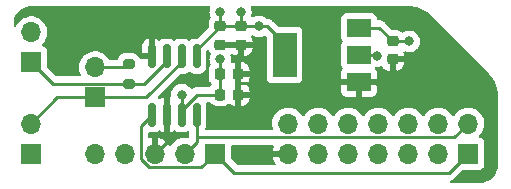
<source format=gbr>
%TF.GenerationSoftware,KiCad,Pcbnew,(6.0.7)*%
%TF.CreationDate,2023-01-15T17:04:05+01:00*%
%TF.ProjectId,I_CAN_has_carrot,495f4341-4e5f-4686-9173-5f636172726f,rev?*%
%TF.SameCoordinates,Original*%
%TF.FileFunction,Copper,L1,Top*%
%TF.FilePolarity,Positive*%
%FSLAX46Y46*%
G04 Gerber Fmt 4.6, Leading zero omitted, Abs format (unit mm)*
G04 Created by KiCad (PCBNEW (6.0.7)) date 2023-01-15 17:04:05*
%MOMM*%
%LPD*%
G01*
G04 APERTURE LIST*
G04 Aperture macros list*
%AMRoundRect*
0 Rectangle with rounded corners*
0 $1 Rounding radius*
0 $2 $3 $4 $5 $6 $7 $8 $9 X,Y pos of 4 corners*
0 Add a 4 corners polygon primitive as box body*
4,1,4,$2,$3,$4,$5,$6,$7,$8,$9,$2,$3,0*
0 Add four circle primitives for the rounded corners*
1,1,$1+$1,$2,$3*
1,1,$1+$1,$4,$5*
1,1,$1+$1,$6,$7*
1,1,$1+$1,$8,$9*
0 Add four rect primitives between the rounded corners*
20,1,$1+$1,$2,$3,$4,$5,0*
20,1,$1+$1,$4,$5,$6,$7,0*
20,1,$1+$1,$6,$7,$8,$9,0*
20,1,$1+$1,$8,$9,$2,$3,0*%
G04 Aperture macros list end*
%TA.AperFunction,SMDPad,CuDef*%
%ADD10RoundRect,0.200000X0.275000X-0.200000X0.275000X0.200000X-0.275000X0.200000X-0.275000X-0.200000X0*%
%TD*%
%TA.AperFunction,ComponentPad*%
%ADD11R,1.700000X1.700000*%
%TD*%
%TA.AperFunction,ComponentPad*%
%ADD12O,1.700000X1.700000*%
%TD*%
%TA.AperFunction,SMDPad,CuDef*%
%ADD13RoundRect,0.225000X-0.225000X-0.250000X0.225000X-0.250000X0.225000X0.250000X-0.225000X0.250000X0*%
%TD*%
%TA.AperFunction,SMDPad,CuDef*%
%ADD14RoundRect,0.225000X-0.250000X0.225000X-0.250000X-0.225000X0.250000X-0.225000X0.250000X0.225000X0*%
%TD*%
%TA.AperFunction,SMDPad,CuDef*%
%ADD15R,2.000000X1.500000*%
%TD*%
%TA.AperFunction,SMDPad,CuDef*%
%ADD16R,2.000000X3.800000*%
%TD*%
%TA.AperFunction,SMDPad,CuDef*%
%ADD17RoundRect,0.150000X0.150000X-0.825000X0.150000X0.825000X-0.150000X0.825000X-0.150000X-0.825000X0*%
%TD*%
%TA.AperFunction,ViaPad*%
%ADD18C,0.800000*%
%TD*%
%TA.AperFunction,Conductor*%
%ADD19C,0.250000*%
%TD*%
G04 APERTURE END LIST*
D10*
%TO.P,R1,1*%
%TO.N,/CANH*%
X110250000Y-57075000D03*
%TO.P,R1,2*%
%TO.N,Net-(J1-Pad2)*%
X110250000Y-55425000D03*
%TD*%
D11*
%TO.P,J4,1,Pin_1*%
%TO.N,/CANTX*%
X117560000Y-63000000D03*
D12*
%TO.P,J4,2,Pin_2*%
%TO.N,/CANRX*%
X115020000Y-63000000D03*
%TO.P,J4,3,Pin_3*%
%TO.N,GND*%
X112480000Y-63000000D03*
%TO.P,J4,4,Pin_4*%
%TO.N,+5V*%
X109940000Y-63000000D03*
%TO.P,J4,5,Pin_5*%
X107400000Y-63000000D03*
%TD*%
D13*
%TO.P,C3,1*%
%TO.N,+5V*%
X117975000Y-56250000D03*
%TO.P,C3,2*%
%TO.N,GND*%
X119525000Y-56250000D03*
%TD*%
D14*
%TO.P,C5,1*%
%TO.N,+3.3V*%
X118000000Y-52225000D03*
%TO.P,C5,2*%
%TO.N,GND*%
X118000000Y-53775000D03*
%TD*%
D15*
%TO.P,U1,1,GND*%
%TO.N,GND*%
X129740000Y-56950000D03*
D16*
%TO.P,U1,2,VO*%
%TO.N,+3.3V*%
X123440000Y-54650000D03*
D15*
X129740000Y-54650000D03*
%TO.P,U1,3,VI*%
%TO.N,+5V*%
X129740000Y-52350000D03*
%TD*%
D14*
%TO.P,C2,1*%
%TO.N,+3.3V*%
X119750000Y-52225000D03*
%TO.P,C2,2*%
%TO.N,GND*%
X119750000Y-53775000D03*
%TD*%
D11*
%TO.P,J2,1,Pin_1*%
%TO.N,/CANTX*%
X139000000Y-63000000D03*
D12*
%TO.P,J2,2,Pin_2*%
%TO.N,/CANRX*%
X139000000Y-60460000D03*
%TO.P,J2,3,Pin_3*%
%TO.N,unconnected-(J2-Pad3)*%
X136460000Y-63000000D03*
%TO.P,J2,4,Pin_4*%
%TO.N,unconnected-(J2-Pad4)*%
X136460000Y-60460000D03*
%TO.P,J2,5,Pin_5*%
%TO.N,unconnected-(J2-Pad5)*%
X133920000Y-63000000D03*
%TO.P,J2,6,Pin_6*%
%TO.N,unconnected-(J2-Pad6)*%
X133920000Y-60460000D03*
%TO.P,J2,7,Pin_7*%
%TO.N,unconnected-(J2-Pad7)*%
X131380000Y-63000000D03*
%TO.P,J2,8,Pin_8*%
%TO.N,unconnected-(J2-Pad8)*%
X131380000Y-60460000D03*
%TO.P,J2,9,Pin_9*%
%TO.N,unconnected-(J2-Pad9)*%
X128840000Y-63000000D03*
%TO.P,J2,10,Pin_10*%
%TO.N,unconnected-(J2-Pad10)*%
X128840000Y-60460000D03*
%TO.P,J2,11,Pin_11*%
%TO.N,unconnected-(J2-Pad11)*%
X126300000Y-63000000D03*
%TO.P,J2,12,Pin_12*%
%TO.N,unconnected-(J2-Pad12)*%
X126300000Y-60460000D03*
%TO.P,J2,13,Pin_13*%
%TO.N,GND*%
X123760000Y-63000000D03*
%TO.P,J2,14,Pin_14*%
%TO.N,+5V*%
X123760000Y-60460000D03*
%TD*%
D14*
%TO.P,C1,1*%
%TO.N,+5V*%
X132590000Y-53475000D03*
%TO.P,C1,2*%
%TO.N,GND*%
X132590000Y-55025000D03*
%TD*%
D17*
%TO.P,U2,1,TXD*%
%TO.N,/CANTX*%
X112190000Y-59700000D03*
%TO.P,U2,2,GND*%
%TO.N,GND*%
X113460000Y-59700000D03*
%TO.P,U2,3,VCC*%
%TO.N,+5V*%
X114730000Y-59700000D03*
%TO.P,U2,4,RXD*%
%TO.N,/CANRX*%
X116000000Y-59700000D03*
%TO.P,U2,5,VIO*%
%TO.N,+3.3V*%
X116000000Y-54750000D03*
%TO.P,U2,6,CANL*%
%TO.N,/CANL*%
X114730000Y-54750000D03*
%TO.P,U2,7,CANH*%
%TO.N,/CANH*%
X113460000Y-54750000D03*
%TO.P,U2,8,STB*%
%TO.N,GND*%
X112190000Y-54750000D03*
%TD*%
D11*
%TO.P,J1,1,Pin_1*%
%TO.N,/CANL*%
X107410000Y-58250000D03*
D12*
%TO.P,J1,2,Pin_2*%
%TO.N,Net-(J1-Pad2)*%
X107410000Y-55710000D03*
%TD*%
D11*
%TO.P,J3,1,Pin_1*%
%TO.N,/CANH*%
X102000000Y-63000000D03*
D12*
%TO.P,J3,2,Pin_2*%
%TO.N,/CANL*%
X102000000Y-60460000D03*
%TD*%
D13*
%TO.P,C4,1*%
%TO.N,+5V*%
X117975000Y-58000000D03*
%TO.P,C4,2*%
%TO.N,GND*%
X119525000Y-58000000D03*
%TD*%
D11*
%TO.P,J5,1,Pin_1*%
%TO.N,/CANH*%
X102000000Y-55275000D03*
D12*
%TO.P,J5,2,Pin_2*%
%TO.N,/CANL*%
X102000000Y-52735000D03*
%TD*%
D18*
%TO.N,+5V*%
X118000000Y-55000000D03*
X114750000Y-58000000D03*
X134000000Y-53500000D03*
%TO.N,GND*%
X120750000Y-57000000D03*
X131500000Y-57000000D03*
X132750000Y-56250000D03*
X119500000Y-55000000D03*
X112250000Y-52500000D03*
%TO.N,+3.3V*%
X131250000Y-54750000D03*
X121275000Y-52225000D03*
X118000000Y-51000000D03*
X123500000Y-53750000D03*
X119750000Y-51000000D03*
X123500000Y-55500000D03*
%TD*%
D19*
%TO.N,+5V*%
X132590000Y-53475000D02*
X133975000Y-53475000D01*
X117975000Y-56250000D02*
X117975000Y-55025000D01*
X117975000Y-55025000D02*
X118000000Y-55000000D01*
X133975000Y-53475000D02*
X134000000Y-53500000D01*
X114730000Y-59700000D02*
X114730000Y-59323249D01*
X116053249Y-58000000D02*
X117975000Y-58000000D01*
X117975000Y-58000000D02*
X117975000Y-56250000D01*
X114730000Y-59700000D02*
X114730000Y-58020000D01*
X114730000Y-58020000D02*
X114750000Y-58000000D01*
X114730000Y-59323249D02*
X116053249Y-58000000D01*
X132590000Y-53475000D02*
X131465000Y-52350000D01*
X131465000Y-52350000D02*
X129740000Y-52350000D01*
%TO.N,GND*%
X131450000Y-56950000D02*
X131500000Y-57000000D01*
X118000000Y-53775000D02*
X119750000Y-53775000D01*
X112190000Y-52560000D02*
X112250000Y-52500000D01*
X132590000Y-55025000D02*
X132590000Y-56090000D01*
X119750000Y-54750000D02*
X119500000Y-55000000D01*
X112190000Y-54750000D02*
X112190000Y-52560000D01*
X113460000Y-62020000D02*
X113460000Y-59700000D01*
X119525000Y-57025000D02*
X119525000Y-58000000D01*
X119750000Y-53775000D02*
X119750000Y-54750000D01*
X119525000Y-56250000D02*
X119525000Y-57025000D01*
X112480000Y-63000000D02*
X113460000Y-62020000D01*
X129740000Y-56950000D02*
X131450000Y-56950000D01*
X119525000Y-55025000D02*
X119500000Y-55000000D01*
X132590000Y-56090000D02*
X132750000Y-56250000D01*
X120725000Y-57025000D02*
X120750000Y-57000000D01*
X119525000Y-57025000D02*
X120725000Y-57025000D01*
X119525000Y-56250000D02*
X119525000Y-55025000D01*
%TO.N,+3.3V*%
X121275000Y-52225000D02*
X121975000Y-52225000D01*
X129740000Y-54650000D02*
X131150000Y-54650000D01*
X123440000Y-54650000D02*
X123440000Y-53810000D01*
X121975000Y-52225000D02*
X123500000Y-53750000D01*
X119750000Y-52225000D02*
X118000000Y-52225000D01*
X131150000Y-54650000D02*
X131250000Y-54750000D01*
X118000000Y-52225000D02*
X118000000Y-51000000D01*
X116000000Y-54225000D02*
X118000000Y-52225000D01*
X123440000Y-54650000D02*
X123440000Y-55440000D01*
X119750000Y-52225000D02*
X119750000Y-51000000D01*
X123440000Y-55440000D02*
X123500000Y-55500000D01*
X119750000Y-52225000D02*
X121275000Y-52225000D01*
X123440000Y-53810000D02*
X123500000Y-53750000D01*
X116000000Y-54750000D02*
X116000000Y-54225000D01*
%TO.N,/CANL*%
X107410000Y-58250000D02*
X104210000Y-58250000D01*
X114730000Y-55270000D02*
X111750000Y-58250000D01*
X114730000Y-54750000D02*
X114730000Y-55270000D01*
X111750000Y-58250000D02*
X107410000Y-58250000D01*
X104210000Y-58250000D02*
X102000000Y-60460000D01*
%TO.N,Net-(J1-Pad2)*%
X109965000Y-55710000D02*
X107410000Y-55710000D01*
X110250000Y-55425000D02*
X109965000Y-55710000D01*
%TO.N,/CANTX*%
X116385000Y-64175000D02*
X111993299Y-64175000D01*
X139000000Y-63000000D02*
X137363557Y-64636443D01*
X137363557Y-64636443D02*
X119196443Y-64636443D01*
X117560000Y-63000000D02*
X116385000Y-64175000D01*
X111250000Y-63431701D02*
X111250000Y-60640000D01*
X119196443Y-64636443D02*
X117560000Y-63000000D01*
X111250000Y-60640000D02*
X112190000Y-59700000D01*
X111993299Y-64175000D02*
X111250000Y-63431701D01*
%TO.N,/CANRX*%
X116000000Y-62020000D02*
X115020000Y-63000000D01*
X116000000Y-61500000D02*
X116000000Y-62020000D01*
X137825000Y-61635000D02*
X116135000Y-61635000D01*
X116135000Y-61635000D02*
X116000000Y-61500000D01*
X139000000Y-60460000D02*
X137825000Y-61635000D01*
X116000000Y-59700000D02*
X116000000Y-61500000D01*
%TO.N,/CANH*%
X113460000Y-54750000D02*
X113460000Y-55126751D01*
X113460000Y-55126751D02*
X111511751Y-57075000D01*
X103800000Y-57075000D02*
X110250000Y-57075000D01*
X111511751Y-57075000D02*
X110250000Y-57075000D01*
X102000000Y-55275000D02*
X103800000Y-57075000D01*
%TD*%
%TA.AperFunction,Conductor*%
%TO.N,GND*%
G36*
X133970018Y-50510000D02*
G01*
X133984851Y-50512310D01*
X133984855Y-50512310D01*
X133993724Y-50513691D01*
X134011720Y-50511338D01*
X134035116Y-50510472D01*
X134271898Y-50523769D01*
X134285930Y-50525350D01*
X134416685Y-50547567D01*
X134547435Y-50569782D01*
X134561210Y-50572926D01*
X134639356Y-50595439D01*
X134816100Y-50646359D01*
X134829421Y-50651020D01*
X135074488Y-50752530D01*
X135087211Y-50758657D01*
X135168880Y-50803794D01*
X135319362Y-50886963D01*
X135331325Y-50894480D01*
X135547655Y-51047974D01*
X135558702Y-51056784D01*
X135730081Y-51209937D01*
X135747862Y-51229558D01*
X135748350Y-51230226D01*
X135748353Y-51230229D01*
X135753648Y-51237477D01*
X135760765Y-51242948D01*
X135760769Y-51242952D01*
X135778894Y-51256885D01*
X135791198Y-51267685D01*
X140726848Y-56203336D01*
X140739491Y-56218098D01*
X140753648Y-56237477D01*
X140760765Y-56242948D01*
X140760767Y-56242950D01*
X140768039Y-56248540D01*
X140785193Y-56264471D01*
X140943222Y-56441305D01*
X140952020Y-56452337D01*
X141105525Y-56668682D01*
X141113032Y-56680631D01*
X141241340Y-56912785D01*
X141247469Y-56925512D01*
X141348979Y-57170579D01*
X141353640Y-57183900D01*
X141386462Y-57297827D01*
X141427073Y-57438790D01*
X141430217Y-57452565D01*
X141436143Y-57487443D01*
X141472474Y-57701268D01*
X141474648Y-57714065D01*
X141476230Y-57728102D01*
X141483533Y-57858143D01*
X141489118Y-57957599D01*
X141487815Y-57984050D01*
X141486309Y-57993724D01*
X141487473Y-58002626D01*
X141487473Y-58002628D01*
X141490436Y-58025283D01*
X141491500Y-58041621D01*
X141491500Y-63950633D01*
X141490000Y-63970018D01*
X141487690Y-63984851D01*
X141487690Y-63984855D01*
X141486309Y-63993724D01*
X141487515Y-64002943D01*
X141488304Y-64008976D01*
X141489047Y-64034302D01*
X141479493Y-64167893D01*
X141476962Y-64203279D01*
X141474404Y-64221064D01*
X141440156Y-64378502D01*
X141433001Y-64411392D01*
X141427937Y-64428641D01*
X141359864Y-64611150D01*
X141352396Y-64627502D01*
X141259048Y-64798458D01*
X141249328Y-64813582D01*
X141132598Y-64969514D01*
X141120825Y-64983100D01*
X140983100Y-65120825D01*
X140969514Y-65132598D01*
X140813582Y-65249328D01*
X140798458Y-65259048D01*
X140627502Y-65352396D01*
X140611150Y-65359864D01*
X140428641Y-65427937D01*
X140411393Y-65433001D01*
X140221064Y-65474404D01*
X140203285Y-65476961D01*
X140041395Y-65488540D01*
X140023435Y-65487793D01*
X140015155Y-65487692D01*
X140006276Y-65486309D01*
X139974714Y-65490436D01*
X139958379Y-65491500D01*
X137585329Y-65491500D01*
X137517208Y-65471498D01*
X137470715Y-65417842D01*
X137460611Y-65347568D01*
X137490105Y-65282988D01*
X137538947Y-65248348D01*
X137563470Y-65238639D01*
X137574699Y-65234794D01*
X137609540Y-65224672D01*
X137609541Y-65224672D01*
X137617150Y-65222461D01*
X137623969Y-65218428D01*
X137623974Y-65218426D01*
X137634585Y-65212150D01*
X137652333Y-65203455D01*
X137671174Y-65195995D01*
X137706944Y-65170007D01*
X137716864Y-65163491D01*
X137748092Y-65145023D01*
X137748095Y-65145021D01*
X137754919Y-65140985D01*
X137769240Y-65126664D01*
X137784274Y-65113823D01*
X137794251Y-65106574D01*
X137800664Y-65101915D01*
X137828855Y-65067838D01*
X137836845Y-65059059D01*
X138500499Y-64395405D01*
X138562811Y-64361379D01*
X138589594Y-64358500D01*
X139898134Y-64358500D01*
X139960316Y-64351745D01*
X140096705Y-64300615D01*
X140213261Y-64213261D01*
X140300615Y-64096705D01*
X140351745Y-63960316D01*
X140358500Y-63898134D01*
X140358500Y-62101866D01*
X140351745Y-62039684D01*
X140300615Y-61903295D01*
X140213261Y-61786739D01*
X140096705Y-61699385D01*
X140084132Y-61694672D01*
X139978203Y-61654960D01*
X139921439Y-61612318D01*
X139896739Y-61545756D01*
X139911947Y-61476408D01*
X139933493Y-61447727D01*
X140034435Y-61347137D01*
X140038096Y-61343489D01*
X140062520Y-61309500D01*
X140165435Y-61166277D01*
X140168453Y-61162077D01*
X140184252Y-61130111D01*
X140265136Y-60966453D01*
X140265137Y-60966451D01*
X140267430Y-60961811D01*
X140320055Y-60788601D01*
X140330865Y-60753023D01*
X140330865Y-60753021D01*
X140332370Y-60748069D01*
X140361529Y-60526590D01*
X140361760Y-60517144D01*
X140363074Y-60463365D01*
X140363074Y-60463361D01*
X140363156Y-60460000D01*
X140344852Y-60237361D01*
X140290431Y-60020702D01*
X140201354Y-59815840D01*
X140161906Y-59754862D01*
X140082822Y-59632617D01*
X140082820Y-59632614D01*
X140080014Y-59628277D01*
X139929670Y-59463051D01*
X139925619Y-59459852D01*
X139925615Y-59459848D01*
X139758414Y-59327800D01*
X139758410Y-59327798D01*
X139754359Y-59324598D01*
X139558789Y-59216638D01*
X139553920Y-59214914D01*
X139553916Y-59214912D01*
X139353087Y-59143795D01*
X139353083Y-59143794D01*
X139348212Y-59142069D01*
X139343119Y-59141162D01*
X139343116Y-59141161D01*
X139133373Y-59103800D01*
X139133367Y-59103799D01*
X139128284Y-59102894D01*
X139054452Y-59101992D01*
X138910081Y-59100228D01*
X138910079Y-59100228D01*
X138904911Y-59100165D01*
X138684091Y-59133955D01*
X138471756Y-59203357D01*
X138273607Y-59306507D01*
X138269474Y-59309610D01*
X138269471Y-59309612D01*
X138220068Y-59346705D01*
X138094965Y-59440635D01*
X138076605Y-59459848D01*
X137989866Y-59550615D01*
X137940629Y-59602138D01*
X137833201Y-59759621D01*
X137778293Y-59804621D01*
X137707768Y-59812792D01*
X137644021Y-59781538D01*
X137623324Y-59757054D01*
X137542822Y-59632617D01*
X137542820Y-59632614D01*
X137540014Y-59628277D01*
X137389670Y-59463051D01*
X137385619Y-59459852D01*
X137385615Y-59459848D01*
X137218414Y-59327800D01*
X137218410Y-59327798D01*
X137214359Y-59324598D01*
X137018789Y-59216638D01*
X137013920Y-59214914D01*
X137013916Y-59214912D01*
X136813087Y-59143795D01*
X136813083Y-59143794D01*
X136808212Y-59142069D01*
X136803119Y-59141162D01*
X136803116Y-59141161D01*
X136593373Y-59103800D01*
X136593367Y-59103799D01*
X136588284Y-59102894D01*
X136514452Y-59101992D01*
X136370081Y-59100228D01*
X136370079Y-59100228D01*
X136364911Y-59100165D01*
X136144091Y-59133955D01*
X135931756Y-59203357D01*
X135733607Y-59306507D01*
X135729474Y-59309610D01*
X135729471Y-59309612D01*
X135680068Y-59346705D01*
X135554965Y-59440635D01*
X135536605Y-59459848D01*
X135449866Y-59550615D01*
X135400629Y-59602138D01*
X135293201Y-59759621D01*
X135238293Y-59804621D01*
X135167768Y-59812792D01*
X135104021Y-59781538D01*
X135083324Y-59757054D01*
X135002822Y-59632617D01*
X135002820Y-59632614D01*
X135000014Y-59628277D01*
X134849670Y-59463051D01*
X134845619Y-59459852D01*
X134845615Y-59459848D01*
X134678414Y-59327800D01*
X134678410Y-59327798D01*
X134674359Y-59324598D01*
X134478789Y-59216638D01*
X134473920Y-59214914D01*
X134473916Y-59214912D01*
X134273087Y-59143795D01*
X134273083Y-59143794D01*
X134268212Y-59142069D01*
X134263119Y-59141162D01*
X134263116Y-59141161D01*
X134053373Y-59103800D01*
X134053367Y-59103799D01*
X134048284Y-59102894D01*
X133974452Y-59101992D01*
X133830081Y-59100228D01*
X133830079Y-59100228D01*
X133824911Y-59100165D01*
X133604091Y-59133955D01*
X133391756Y-59203357D01*
X133193607Y-59306507D01*
X133189474Y-59309610D01*
X133189471Y-59309612D01*
X133140068Y-59346705D01*
X133014965Y-59440635D01*
X132996605Y-59459848D01*
X132909866Y-59550615D01*
X132860629Y-59602138D01*
X132753201Y-59759621D01*
X132698293Y-59804621D01*
X132627768Y-59812792D01*
X132564021Y-59781538D01*
X132543324Y-59757054D01*
X132462822Y-59632617D01*
X132462820Y-59632614D01*
X132460014Y-59628277D01*
X132309670Y-59463051D01*
X132305619Y-59459852D01*
X132305615Y-59459848D01*
X132138414Y-59327800D01*
X132138410Y-59327798D01*
X132134359Y-59324598D01*
X131938789Y-59216638D01*
X131933920Y-59214914D01*
X131933916Y-59214912D01*
X131733087Y-59143795D01*
X131733083Y-59143794D01*
X131728212Y-59142069D01*
X131723119Y-59141162D01*
X131723116Y-59141161D01*
X131513373Y-59103800D01*
X131513367Y-59103799D01*
X131508284Y-59102894D01*
X131434452Y-59101992D01*
X131290081Y-59100228D01*
X131290079Y-59100228D01*
X131284911Y-59100165D01*
X131064091Y-59133955D01*
X130851756Y-59203357D01*
X130653607Y-59306507D01*
X130649474Y-59309610D01*
X130649471Y-59309612D01*
X130600068Y-59346705D01*
X130474965Y-59440635D01*
X130456605Y-59459848D01*
X130369866Y-59550615D01*
X130320629Y-59602138D01*
X130213201Y-59759621D01*
X130158293Y-59804621D01*
X130087768Y-59812792D01*
X130024021Y-59781538D01*
X130003324Y-59757054D01*
X129922822Y-59632617D01*
X129922820Y-59632614D01*
X129920014Y-59628277D01*
X129769670Y-59463051D01*
X129765619Y-59459852D01*
X129765615Y-59459848D01*
X129598414Y-59327800D01*
X129598410Y-59327798D01*
X129594359Y-59324598D01*
X129398789Y-59216638D01*
X129393920Y-59214914D01*
X129393916Y-59214912D01*
X129193087Y-59143795D01*
X129193083Y-59143794D01*
X129188212Y-59142069D01*
X129183119Y-59141162D01*
X129183116Y-59141161D01*
X128973373Y-59103800D01*
X128973367Y-59103799D01*
X128968284Y-59102894D01*
X128894452Y-59101992D01*
X128750081Y-59100228D01*
X128750079Y-59100228D01*
X128744911Y-59100165D01*
X128524091Y-59133955D01*
X128311756Y-59203357D01*
X128113607Y-59306507D01*
X128109474Y-59309610D01*
X128109471Y-59309612D01*
X128060068Y-59346705D01*
X127934965Y-59440635D01*
X127916605Y-59459848D01*
X127829866Y-59550615D01*
X127780629Y-59602138D01*
X127673201Y-59759621D01*
X127618293Y-59804621D01*
X127547768Y-59812792D01*
X127484021Y-59781538D01*
X127463324Y-59757054D01*
X127382822Y-59632617D01*
X127382820Y-59632614D01*
X127380014Y-59628277D01*
X127229670Y-59463051D01*
X127225619Y-59459852D01*
X127225615Y-59459848D01*
X127058414Y-59327800D01*
X127058410Y-59327798D01*
X127054359Y-59324598D01*
X126858789Y-59216638D01*
X126853920Y-59214914D01*
X126853916Y-59214912D01*
X126653087Y-59143795D01*
X126653083Y-59143794D01*
X126648212Y-59142069D01*
X126643119Y-59141162D01*
X126643116Y-59141161D01*
X126433373Y-59103800D01*
X126433367Y-59103799D01*
X126428284Y-59102894D01*
X126354452Y-59101992D01*
X126210081Y-59100228D01*
X126210079Y-59100228D01*
X126204911Y-59100165D01*
X125984091Y-59133955D01*
X125771756Y-59203357D01*
X125573607Y-59306507D01*
X125569474Y-59309610D01*
X125569471Y-59309612D01*
X125520068Y-59346705D01*
X125394965Y-59440635D01*
X125376605Y-59459848D01*
X125289866Y-59550615D01*
X125240629Y-59602138D01*
X125133201Y-59759621D01*
X125078293Y-59804621D01*
X125007768Y-59812792D01*
X124944021Y-59781538D01*
X124923324Y-59757054D01*
X124842822Y-59632617D01*
X124842820Y-59632614D01*
X124840014Y-59628277D01*
X124689670Y-59463051D01*
X124685619Y-59459852D01*
X124685615Y-59459848D01*
X124518414Y-59327800D01*
X124518410Y-59327798D01*
X124514359Y-59324598D01*
X124318789Y-59216638D01*
X124313920Y-59214914D01*
X124313916Y-59214912D01*
X124113087Y-59143795D01*
X124113083Y-59143794D01*
X124108212Y-59142069D01*
X124103119Y-59141162D01*
X124103116Y-59141161D01*
X123893373Y-59103800D01*
X123893367Y-59103799D01*
X123888284Y-59102894D01*
X123814452Y-59101992D01*
X123670081Y-59100228D01*
X123670079Y-59100228D01*
X123664911Y-59100165D01*
X123444091Y-59133955D01*
X123231756Y-59203357D01*
X123033607Y-59306507D01*
X123029474Y-59309610D01*
X123029471Y-59309612D01*
X122980068Y-59346705D01*
X122854965Y-59440635D01*
X122836605Y-59459848D01*
X122749866Y-59550615D01*
X122700629Y-59602138D01*
X122574743Y-59786680D01*
X122480688Y-59989305D01*
X122420989Y-60204570D01*
X122397251Y-60426695D01*
X122397548Y-60431848D01*
X122397548Y-60431851D01*
X122406895Y-60593958D01*
X122410110Y-60649715D01*
X122411247Y-60654761D01*
X122411248Y-60654767D01*
X122454751Y-60847799D01*
X122450215Y-60918650D01*
X122408093Y-60975802D01*
X122341760Y-61001108D01*
X122331834Y-61001500D01*
X116854138Y-61001500D01*
X116786017Y-60981498D01*
X116739524Y-60927842D01*
X116729420Y-60857568D01*
X116745684Y-60811362D01*
X116755109Y-60795425D01*
X116759145Y-60788601D01*
X116805562Y-60628831D01*
X116807837Y-60599935D01*
X116808307Y-60593958D01*
X116808307Y-60593950D01*
X116808500Y-60591502D01*
X116808500Y-58808498D01*
X116805562Y-58771169D01*
X116808080Y-58770971D01*
X116814327Y-58711555D01*
X116858745Y-58656169D01*
X116930848Y-58633500D01*
X117054501Y-58633500D01*
X117122622Y-58653502D01*
X117161644Y-58693195D01*
X117167395Y-58702488D01*
X117167399Y-58702493D01*
X117171248Y-58708713D01*
X117292298Y-58829552D01*
X117298528Y-58833392D01*
X117298529Y-58833393D01*
X117430020Y-58914445D01*
X117437899Y-58919302D01*
X117600243Y-58973149D01*
X117607080Y-58973849D01*
X117607082Y-58973850D01*
X117648401Y-58978083D01*
X117701268Y-58983500D01*
X118248732Y-58983500D01*
X118251978Y-58983163D01*
X118251982Y-58983163D01*
X118286083Y-58979625D01*
X118351019Y-58972887D01*
X118398164Y-58957158D01*
X118506324Y-58921073D01*
X118506326Y-58921072D01*
X118513268Y-58918756D01*
X118658713Y-58828752D01*
X118663886Y-58823570D01*
X118669623Y-58819023D01*
X118671055Y-58820830D01*
X118723575Y-58792098D01*
X118794395Y-58797108D01*
X118830853Y-58820499D01*
X118831683Y-58819448D01*
X118848840Y-58832998D01*
X118981880Y-58915004D01*
X118995061Y-58921151D01*
X119143814Y-58970491D01*
X119157190Y-58973358D01*
X119248097Y-58982672D01*
X119253126Y-58982929D01*
X119268124Y-58978525D01*
X119269329Y-58977135D01*
X119271000Y-58969452D01*
X119271000Y-58964885D01*
X119779000Y-58964885D01*
X119783475Y-58980124D01*
X119784865Y-58981329D01*
X119792548Y-58983000D01*
X119795438Y-58983000D01*
X119801953Y-58982663D01*
X119894057Y-58973106D01*
X119907456Y-58970212D01*
X120056107Y-58920619D01*
X120069286Y-58914445D01*
X120202173Y-58832212D01*
X120213574Y-58823176D01*
X120323986Y-58712571D01*
X120332998Y-58701160D01*
X120415004Y-58568120D01*
X120421151Y-58554939D01*
X120470491Y-58406186D01*
X120473358Y-58392810D01*
X120482672Y-58301903D01*
X120483000Y-58295487D01*
X120483000Y-58272115D01*
X120478525Y-58256876D01*
X120477135Y-58255671D01*
X120469452Y-58254000D01*
X119797115Y-58254000D01*
X119781876Y-58258475D01*
X119780671Y-58259865D01*
X119779000Y-58267548D01*
X119779000Y-58964885D01*
X119271000Y-58964885D01*
X119271000Y-57727885D01*
X119779000Y-57727885D01*
X119783475Y-57743124D01*
X119784865Y-57744329D01*
X119792548Y-57746000D01*
X120464885Y-57746000D01*
X120469418Y-57744669D01*
X128232001Y-57744669D01*
X128232371Y-57751490D01*
X128237895Y-57802352D01*
X128241521Y-57817604D01*
X128286676Y-57938054D01*
X128295214Y-57953649D01*
X128371715Y-58055724D01*
X128384276Y-58068285D01*
X128486351Y-58144786D01*
X128501946Y-58153324D01*
X128622394Y-58198478D01*
X128637649Y-58202105D01*
X128688514Y-58207631D01*
X128695328Y-58208000D01*
X129467885Y-58208000D01*
X129483124Y-58203525D01*
X129484329Y-58202135D01*
X129486000Y-58194452D01*
X129486000Y-58189884D01*
X129994000Y-58189884D01*
X129998475Y-58205123D01*
X129999865Y-58206328D01*
X130007548Y-58207999D01*
X130784669Y-58207999D01*
X130791490Y-58207629D01*
X130842352Y-58202105D01*
X130857604Y-58198479D01*
X130978054Y-58153324D01*
X130993649Y-58144786D01*
X131095724Y-58068285D01*
X131108285Y-58055724D01*
X131184786Y-57953649D01*
X131193324Y-57938054D01*
X131238478Y-57817606D01*
X131242105Y-57802351D01*
X131247631Y-57751486D01*
X131248000Y-57744672D01*
X131248000Y-57222115D01*
X131243525Y-57206876D01*
X131242135Y-57205671D01*
X131234452Y-57204000D01*
X130012115Y-57204000D01*
X129996876Y-57208475D01*
X129995671Y-57209865D01*
X129994000Y-57217548D01*
X129994000Y-58189884D01*
X129486000Y-58189884D01*
X129486000Y-57222115D01*
X129481525Y-57206876D01*
X129480135Y-57205671D01*
X129472452Y-57204000D01*
X128250116Y-57204000D01*
X128234877Y-57208475D01*
X128233672Y-57209865D01*
X128232001Y-57217548D01*
X128232001Y-57744669D01*
X120469418Y-57744669D01*
X120480124Y-57741525D01*
X120481329Y-57740135D01*
X120483000Y-57732452D01*
X120483000Y-57704562D01*
X120482663Y-57698047D01*
X120473106Y-57605943D01*
X120470212Y-57592544D01*
X120420619Y-57443893D01*
X120414445Y-57430714D01*
X120332212Y-57297827D01*
X120323176Y-57286426D01*
X120250828Y-57214205D01*
X120216748Y-57151922D01*
X120221751Y-57081102D01*
X120250672Y-57036013D01*
X120323986Y-56962571D01*
X120332998Y-56951160D01*
X120415004Y-56818120D01*
X120421151Y-56804939D01*
X120470491Y-56656186D01*
X120473358Y-56642810D01*
X120482672Y-56551903D01*
X120483000Y-56545487D01*
X120483000Y-56522115D01*
X120478525Y-56506876D01*
X120477135Y-56505671D01*
X120469452Y-56504000D01*
X119797115Y-56504000D01*
X119781876Y-56508475D01*
X119780671Y-56509865D01*
X119779000Y-56517548D01*
X119779000Y-57727885D01*
X119271000Y-57727885D01*
X119271000Y-55977885D01*
X119779000Y-55977885D01*
X119783475Y-55993124D01*
X119784865Y-55994329D01*
X119792548Y-55996000D01*
X120464885Y-55996000D01*
X120480124Y-55991525D01*
X120481329Y-55990135D01*
X120483000Y-55982452D01*
X120483000Y-55954562D01*
X120482663Y-55948047D01*
X120473106Y-55855943D01*
X120470212Y-55842544D01*
X120420619Y-55693893D01*
X120414445Y-55680714D01*
X120332212Y-55547827D01*
X120323176Y-55536426D01*
X120212571Y-55426014D01*
X120201160Y-55417002D01*
X120068120Y-55334996D01*
X120054939Y-55328849D01*
X119906186Y-55279509D01*
X119892810Y-55276642D01*
X119801903Y-55267328D01*
X119796874Y-55267071D01*
X119781876Y-55271475D01*
X119780671Y-55272865D01*
X119779000Y-55280548D01*
X119779000Y-55977885D01*
X119271000Y-55977885D01*
X119271000Y-55285115D01*
X119266525Y-55269876D01*
X119265135Y-55268671D01*
X119257452Y-55267000D01*
X119254562Y-55267000D01*
X119248047Y-55267337D01*
X119155943Y-55276894D01*
X119142541Y-55279789D01*
X119060347Y-55307210D01*
X118989398Y-55309794D01*
X118928314Y-55273610D01*
X118896490Y-55210146D01*
X118895162Y-55174516D01*
X118912814Y-55006565D01*
X118913504Y-55000000D01*
X118905601Y-54924804D01*
X118894232Y-54816635D01*
X118894232Y-54816633D01*
X118893542Y-54810072D01*
X118868358Y-54732564D01*
X118866330Y-54661597D01*
X118902993Y-54600799D01*
X118966705Y-54569473D01*
X119037239Y-54577566D01*
X119054307Y-54586368D01*
X119181880Y-54665004D01*
X119195061Y-54671151D01*
X119343814Y-54720491D01*
X119357190Y-54723358D01*
X119448097Y-54732672D01*
X119454513Y-54733000D01*
X119477885Y-54733000D01*
X119493124Y-54728525D01*
X119494329Y-54727135D01*
X119496000Y-54719452D01*
X119496000Y-54714885D01*
X120004000Y-54714885D01*
X120008475Y-54730124D01*
X120009865Y-54731329D01*
X120017548Y-54733000D01*
X120045438Y-54733000D01*
X120051953Y-54732663D01*
X120144057Y-54723106D01*
X120157456Y-54720212D01*
X120306107Y-54670619D01*
X120319286Y-54664445D01*
X120452173Y-54582212D01*
X120463574Y-54573176D01*
X120573986Y-54462571D01*
X120582998Y-54451160D01*
X120665004Y-54318120D01*
X120671151Y-54304939D01*
X120720491Y-54156186D01*
X120723358Y-54142810D01*
X120732672Y-54051903D01*
X120732929Y-54046874D01*
X120728525Y-54031876D01*
X120727135Y-54030671D01*
X120719452Y-54029000D01*
X120022115Y-54029000D01*
X120006876Y-54033475D01*
X120005671Y-54034865D01*
X120004000Y-54042548D01*
X120004000Y-54714885D01*
X119496000Y-54714885D01*
X119496000Y-54047115D01*
X119491525Y-54031876D01*
X119490135Y-54030671D01*
X119482452Y-54029000D01*
X117872000Y-54029000D01*
X117803879Y-54008998D01*
X117757386Y-53955342D01*
X117746000Y-53903000D01*
X117746000Y-53647000D01*
X117766002Y-53578879D01*
X117819658Y-53532386D01*
X117872000Y-53521000D01*
X120714885Y-53521000D01*
X120730124Y-53516525D01*
X120731329Y-53515135D01*
X120733000Y-53507452D01*
X120733000Y-53504562D01*
X120732663Y-53498047D01*
X120723106Y-53405943D01*
X120720212Y-53392544D01*
X120670619Y-53243893D01*
X120664445Y-53230714D01*
X120634709Y-53182661D01*
X120615871Y-53114209D01*
X120637032Y-53046439D01*
X120691473Y-53000868D01*
X120761909Y-52991964D01*
X120806323Y-53010435D01*
X120807189Y-53008936D01*
X120812907Y-53012237D01*
X120818248Y-53016118D01*
X120824276Y-53018802D01*
X120824278Y-53018803D01*
X120886350Y-53046439D01*
X120992712Y-53093794D01*
X121086112Y-53113647D01*
X121173056Y-53132128D01*
X121173061Y-53132128D01*
X121179513Y-53133500D01*
X121370487Y-53133500D01*
X121376939Y-53132128D01*
X121376944Y-53132128D01*
X121463887Y-53113647D01*
X121557288Y-53093794D01*
X121703376Y-53028752D01*
X121725726Y-53018801D01*
X121731752Y-53016118D01*
X121735852Y-53013139D01*
X121804296Y-52996536D01*
X121871388Y-53019758D01*
X121887394Y-53033298D01*
X121894595Y-53040499D01*
X121928621Y-53102811D01*
X121931500Y-53129594D01*
X121931500Y-56598134D01*
X121938255Y-56660316D01*
X121989385Y-56796705D01*
X122076739Y-56913261D01*
X122193295Y-57000615D01*
X122329684Y-57051745D01*
X122391866Y-57058500D01*
X124488134Y-57058500D01*
X124550316Y-57051745D01*
X124686705Y-57000615D01*
X124803261Y-56913261D01*
X124890615Y-56796705D01*
X124941745Y-56660316D01*
X124948500Y-56598134D01*
X124948500Y-55448134D01*
X128231500Y-55448134D01*
X128238255Y-55510316D01*
X128289385Y-55646705D01*
X128330197Y-55701160D01*
X128347953Y-55724852D01*
X128372801Y-55791358D01*
X128357748Y-55860741D01*
X128347953Y-55875982D01*
X128295214Y-55946352D01*
X128286676Y-55961946D01*
X128241522Y-56082394D01*
X128237895Y-56097649D01*
X128232369Y-56148514D01*
X128232000Y-56155328D01*
X128232000Y-56677885D01*
X128236475Y-56693124D01*
X128237865Y-56694329D01*
X128245548Y-56696000D01*
X131229884Y-56696000D01*
X131245123Y-56691525D01*
X131246328Y-56690135D01*
X131247999Y-56682452D01*
X131247999Y-56155331D01*
X131247629Y-56148510D01*
X131242105Y-56097648D01*
X131238479Y-56082396D01*
X131193324Y-55961946D01*
X131184786Y-55946352D01*
X131132047Y-55875982D01*
X131107199Y-55809476D01*
X131122252Y-55740093D01*
X131132040Y-55724861D01*
X131143977Y-55708933D01*
X131200835Y-55666420D01*
X131244802Y-55658500D01*
X131345487Y-55658500D01*
X131351939Y-55657128D01*
X131351944Y-55657128D01*
X131440534Y-55638297D01*
X131532288Y-55618794D01*
X131538315Y-55616111D01*
X131538323Y-55616108D01*
X131568124Y-55602839D01*
X131638491Y-55593404D01*
X131702788Y-55623510D01*
X131726518Y-55651641D01*
X131757791Y-55702176D01*
X131766824Y-55713574D01*
X131877429Y-55823986D01*
X131888840Y-55832998D01*
X132021880Y-55915004D01*
X132035061Y-55921151D01*
X132183814Y-55970491D01*
X132197190Y-55973358D01*
X132288097Y-55982672D01*
X132294513Y-55983000D01*
X132317885Y-55983000D01*
X132333124Y-55978525D01*
X132334329Y-55977135D01*
X132336000Y-55969452D01*
X132336000Y-55964885D01*
X132844000Y-55964885D01*
X132848475Y-55980124D01*
X132849865Y-55981329D01*
X132857548Y-55983000D01*
X132885438Y-55983000D01*
X132891953Y-55982663D01*
X132984057Y-55973106D01*
X132997456Y-55970212D01*
X133146107Y-55920619D01*
X133159286Y-55914445D01*
X133292173Y-55832212D01*
X133303574Y-55823176D01*
X133413986Y-55712571D01*
X133422998Y-55701160D01*
X133505004Y-55568120D01*
X133511151Y-55554939D01*
X133560491Y-55406186D01*
X133563358Y-55392810D01*
X133572672Y-55301903D01*
X133572929Y-55296874D01*
X133568525Y-55281876D01*
X133567135Y-55280671D01*
X133559452Y-55279000D01*
X132862115Y-55279000D01*
X132846876Y-55283475D01*
X132845671Y-55284865D01*
X132844000Y-55292548D01*
X132844000Y-55964885D01*
X132336000Y-55964885D01*
X132336000Y-54897000D01*
X132356002Y-54828879D01*
X132409658Y-54782386D01*
X132462000Y-54771000D01*
X133554885Y-54771000D01*
X133570124Y-54766525D01*
X133571329Y-54765135D01*
X133573000Y-54757452D01*
X133573000Y-54754562D01*
X133572663Y-54748047D01*
X133563106Y-54655943D01*
X133560212Y-54642544D01*
X133515992Y-54509999D01*
X133513408Y-54439049D01*
X133549592Y-54377965D01*
X133613056Y-54346141D01*
X133686763Y-54355016D01*
X133711673Y-54366106D01*
X133711679Y-54366108D01*
X133717712Y-54368794D01*
X133796599Y-54385562D01*
X133898056Y-54407128D01*
X133898061Y-54407128D01*
X133904513Y-54408500D01*
X134095487Y-54408500D01*
X134101939Y-54407128D01*
X134101944Y-54407128D01*
X134203401Y-54385562D01*
X134282288Y-54368794D01*
X134288319Y-54366109D01*
X134450722Y-54293803D01*
X134450724Y-54293802D01*
X134456752Y-54291118D01*
X134611253Y-54178866D01*
X134616666Y-54172854D01*
X134734621Y-54041852D01*
X134734622Y-54041851D01*
X134739040Y-54036944D01*
X134834527Y-53871556D01*
X134893542Y-53689928D01*
X134896509Y-53661705D01*
X134912814Y-53506565D01*
X134913504Y-53500000D01*
X134903296Y-53402874D01*
X134894232Y-53316635D01*
X134894232Y-53316633D01*
X134893542Y-53310072D01*
X134834527Y-53128444D01*
X134826309Y-53114209D01*
X134779594Y-53033298D01*
X134739040Y-52963056D01*
X134690110Y-52908713D01*
X134615675Y-52826045D01*
X134615674Y-52826044D01*
X134611253Y-52821134D01*
X134456752Y-52708882D01*
X134450724Y-52706198D01*
X134450722Y-52706197D01*
X134288319Y-52633891D01*
X134288318Y-52633891D01*
X134282288Y-52631206D01*
X134188887Y-52611353D01*
X134101944Y-52592872D01*
X134101939Y-52592872D01*
X134095487Y-52591500D01*
X133904513Y-52591500D01*
X133898061Y-52592872D01*
X133898056Y-52592872D01*
X133811112Y-52611353D01*
X133717712Y-52631206D01*
X133711682Y-52633891D01*
X133711681Y-52633891D01*
X133549278Y-52706197D01*
X133549276Y-52706198D01*
X133543248Y-52708882D01*
X133537907Y-52712762D01*
X133537906Y-52712763D01*
X133510402Y-52732746D01*
X133443534Y-52756605D01*
X133374383Y-52740524D01*
X133347323Y-52719983D01*
X133340091Y-52712763D01*
X133297702Y-52670448D01*
X133291471Y-52666607D01*
X133158331Y-52584538D01*
X133158329Y-52584537D01*
X133152101Y-52580698D01*
X132989757Y-52526851D01*
X132982920Y-52526151D01*
X132982918Y-52526150D01*
X132941599Y-52521917D01*
X132888732Y-52516500D01*
X132579595Y-52516500D01*
X132511474Y-52496498D01*
X132490500Y-52479595D01*
X131968652Y-51957747D01*
X131961112Y-51949461D01*
X131957000Y-51942982D01*
X131907348Y-51896356D01*
X131904507Y-51893602D01*
X131884770Y-51873865D01*
X131881573Y-51871385D01*
X131872551Y-51863680D01*
X131858242Y-51850243D01*
X131840321Y-51833414D01*
X131833375Y-51829595D01*
X131833372Y-51829593D01*
X131822566Y-51823652D01*
X131806047Y-51812801D01*
X131805583Y-51812441D01*
X131790041Y-51800386D01*
X131782772Y-51797241D01*
X131782768Y-51797238D01*
X131749463Y-51782826D01*
X131738813Y-51777609D01*
X131700060Y-51756305D01*
X131680437Y-51751267D01*
X131661734Y-51744863D01*
X131650420Y-51739967D01*
X131650419Y-51739967D01*
X131643145Y-51736819D01*
X131635322Y-51735580D01*
X131635312Y-51735577D01*
X131599476Y-51729901D01*
X131587856Y-51727495D01*
X131552711Y-51718472D01*
X131552710Y-51718472D01*
X131545030Y-51716500D01*
X131524776Y-51716500D01*
X131505065Y-51714949D01*
X131498070Y-51713841D01*
X131485057Y-51711780D01*
X131477165Y-51712526D01*
X131441039Y-51715941D01*
X131429181Y-51716500D01*
X131374500Y-51716500D01*
X131306379Y-51696498D01*
X131259886Y-51642842D01*
X131248500Y-51590500D01*
X131248500Y-51551866D01*
X131241745Y-51489684D01*
X131190615Y-51353295D01*
X131103261Y-51236739D01*
X130986705Y-51149385D01*
X130850316Y-51098255D01*
X130788134Y-51091500D01*
X128691866Y-51091500D01*
X128629684Y-51098255D01*
X128493295Y-51149385D01*
X128376739Y-51236739D01*
X128289385Y-51353295D01*
X128238255Y-51489684D01*
X128231500Y-51551866D01*
X128231500Y-53148134D01*
X128238255Y-53210316D01*
X128289385Y-53346705D01*
X128294770Y-53353890D01*
X128294771Y-53353892D01*
X128347640Y-53424435D01*
X128372488Y-53490942D01*
X128357435Y-53560324D01*
X128347640Y-53575565D01*
X128294771Y-53646108D01*
X128289385Y-53653295D01*
X128238255Y-53789684D01*
X128231500Y-53851866D01*
X128231500Y-55448134D01*
X124948500Y-55448134D01*
X124948500Y-52701866D01*
X124941745Y-52639684D01*
X124890615Y-52503295D01*
X124803261Y-52386739D01*
X124686705Y-52299385D01*
X124550316Y-52248255D01*
X124488134Y-52241500D01*
X122939595Y-52241500D01*
X122871474Y-52221498D01*
X122850500Y-52204595D01*
X122478652Y-51832747D01*
X122471112Y-51824461D01*
X122467000Y-51817982D01*
X122417348Y-51771356D01*
X122414507Y-51768602D01*
X122394770Y-51748865D01*
X122391573Y-51746385D01*
X122382551Y-51738680D01*
X122379247Y-51735577D01*
X122350321Y-51708414D01*
X122343375Y-51704595D01*
X122343372Y-51704593D01*
X122332566Y-51698652D01*
X122316047Y-51687801D01*
X122308141Y-51681669D01*
X122300041Y-51675386D01*
X122292772Y-51672241D01*
X122292768Y-51672238D01*
X122259463Y-51657826D01*
X122248813Y-51652609D01*
X122210060Y-51631305D01*
X122190437Y-51626267D01*
X122171734Y-51619863D01*
X122160420Y-51614967D01*
X122160419Y-51614967D01*
X122153145Y-51611819D01*
X122145322Y-51610580D01*
X122145312Y-51610577D01*
X122109476Y-51604901D01*
X122097856Y-51602495D01*
X122062711Y-51593472D01*
X122062710Y-51593472D01*
X122055030Y-51591500D01*
X122034776Y-51591500D01*
X122015065Y-51589949D01*
X122006599Y-51588608D01*
X121995057Y-51586780D01*
X121987165Y-51587526D01*
X121979242Y-51587277D01*
X121979322Y-51584736D01*
X121921869Y-51573604D01*
X121895408Y-51555306D01*
X121890673Y-51551043D01*
X121886253Y-51546134D01*
X121731752Y-51433882D01*
X121725724Y-51431198D01*
X121725722Y-51431197D01*
X121563319Y-51358891D01*
X121563318Y-51358891D01*
X121557288Y-51356206D01*
X121456454Y-51334773D01*
X121376944Y-51317872D01*
X121376939Y-51317872D01*
X121370487Y-51316500D01*
X121179513Y-51316500D01*
X121173061Y-51317872D01*
X121173056Y-51317872D01*
X121093546Y-51334773D01*
X120992712Y-51356206D01*
X120986682Y-51358891D01*
X120986681Y-51358891D01*
X120824278Y-51431197D01*
X120824276Y-51431198D01*
X120818248Y-51433882D01*
X120799523Y-51447487D01*
X120732658Y-51471346D01*
X120663506Y-51455268D01*
X120614024Y-51404355D01*
X120599923Y-51334773D01*
X120605628Y-51306616D01*
X120641502Y-51196206D01*
X120643542Y-51189928D01*
X120648135Y-51146233D01*
X120662814Y-51006565D01*
X120663504Y-51000000D01*
X120651983Y-50890387D01*
X120644232Y-50816635D01*
X120644232Y-50816633D01*
X120643542Y-50810072D01*
X120599146Y-50673436D01*
X120597118Y-50602469D01*
X120633781Y-50541671D01*
X120697493Y-50510345D01*
X120718979Y-50508500D01*
X133950633Y-50508500D01*
X133970018Y-50510000D01*
G37*
%TD.AperFunction*%
%TA.AperFunction,Conductor*%
G36*
X122473021Y-62288502D02*
G01*
X122519514Y-62342158D01*
X122529618Y-62412432D01*
X122519188Y-62447550D01*
X122483339Y-62524782D01*
X122479775Y-62534470D01*
X122424389Y-62734183D01*
X122425912Y-62742607D01*
X122438292Y-62746000D01*
X123888000Y-62746000D01*
X123956121Y-62766002D01*
X124002614Y-62819658D01*
X124014000Y-62872000D01*
X124014000Y-63128000D01*
X123993998Y-63196121D01*
X123940342Y-63242614D01*
X123888000Y-63254000D01*
X122443225Y-63254000D01*
X122429694Y-63257973D01*
X122428257Y-63267966D01*
X122458565Y-63402446D01*
X122461645Y-63412275D01*
X122541770Y-63609603D01*
X122546413Y-63618794D01*
X122657691Y-63800383D01*
X122659255Y-63802520D01*
X122659620Y-63803531D01*
X122660392Y-63804791D01*
X122660132Y-63804950D01*
X122683351Y-63869302D01*
X122667517Y-63938511D01*
X122616779Y-63988172D01*
X122557583Y-64002943D01*
X119511037Y-64002943D01*
X119442916Y-63982941D01*
X119421942Y-63966038D01*
X118955405Y-63499501D01*
X118921379Y-63437189D01*
X118918500Y-63410406D01*
X118918500Y-62394500D01*
X118938502Y-62326379D01*
X118992158Y-62279886D01*
X119044500Y-62268500D01*
X122404900Y-62268500D01*
X122473021Y-62288502D01*
G37*
%TD.AperFunction*%
%TA.AperFunction,Conductor*%
G36*
X117002201Y-54222869D02*
G01*
X117059037Y-54265416D01*
X117077691Y-54301044D01*
X117079379Y-54306103D01*
X117085555Y-54319286D01*
X117167786Y-54452170D01*
X117172140Y-54457663D01*
X117198778Y-54523473D01*
X117182513Y-54598930D01*
X117165473Y-54628444D01*
X117106458Y-54810072D01*
X117105768Y-54816633D01*
X117105768Y-54816635D01*
X117094399Y-54924804D01*
X117086496Y-55000000D01*
X117106458Y-55189928D01*
X117165473Y-55371556D01*
X117182244Y-55400603D01*
X117198981Y-55469596D01*
X117172575Y-55540167D01*
X117170448Y-55542298D01*
X117166606Y-55548531D01*
X117086288Y-55678831D01*
X117080698Y-55687899D01*
X117026851Y-55850243D01*
X117016500Y-55951268D01*
X117016500Y-56548732D01*
X117027113Y-56651019D01*
X117029295Y-56657559D01*
X117078116Y-56803891D01*
X117081244Y-56813268D01*
X117171248Y-56958713D01*
X117176430Y-56963886D01*
X117176434Y-56963891D01*
X117248466Y-57035797D01*
X117282546Y-57098079D01*
X117277543Y-57168899D01*
X117248623Y-57213987D01*
X117170448Y-57292298D01*
X117166606Y-57298530D01*
X117166605Y-57298532D01*
X117161621Y-57306617D01*
X117108848Y-57354110D01*
X117054362Y-57366500D01*
X116132017Y-57366500D01*
X116120834Y-57365973D01*
X116113341Y-57364298D01*
X116105415Y-57364547D01*
X116105414Y-57364547D01*
X116045251Y-57366438D01*
X116041293Y-57366500D01*
X116013393Y-57366500D01*
X116009403Y-57367004D01*
X115997569Y-57367936D01*
X115953360Y-57369326D01*
X115945744Y-57371539D01*
X115945742Y-57371539D01*
X115933901Y-57374979D01*
X115914542Y-57378988D01*
X115913232Y-57379154D01*
X115894452Y-57381526D01*
X115887086Y-57384442D01*
X115887080Y-57384444D01*
X115853347Y-57397800D01*
X115842117Y-57401645D01*
X115807266Y-57411770D01*
X115799656Y-57413981D01*
X115792833Y-57418016D01*
X115782215Y-57424295D01*
X115764462Y-57432992D01*
X115756817Y-57436019D01*
X115745632Y-57440448D01*
X115721273Y-57458146D01*
X115709861Y-57466437D01*
X115699944Y-57472951D01*
X115661888Y-57495458D01*
X115661153Y-57494215D01*
X115603080Y-57517012D01*
X115533459Y-57503108D01*
X115490966Y-57466392D01*
X115489040Y-57463056D01*
X115403226Y-57367750D01*
X115365675Y-57326045D01*
X115365674Y-57326044D01*
X115361253Y-57321134D01*
X115218680Y-57217548D01*
X115212094Y-57212763D01*
X115212093Y-57212762D01*
X115206752Y-57208882D01*
X115200724Y-57206198D01*
X115200722Y-57206197D01*
X115038319Y-57133891D01*
X115038318Y-57133891D01*
X115032288Y-57131206D01*
X114938888Y-57111353D01*
X114851944Y-57092872D01*
X114851939Y-57092872D01*
X114845487Y-57091500D01*
X114654513Y-57091500D01*
X114648061Y-57092872D01*
X114648056Y-57092872D01*
X114561112Y-57111353D01*
X114467712Y-57131206D01*
X114461682Y-57133891D01*
X114461681Y-57133891D01*
X114299278Y-57206197D01*
X114299276Y-57206198D01*
X114293248Y-57208882D01*
X114287907Y-57212762D01*
X114287906Y-57212763D01*
X114281320Y-57217548D01*
X114138747Y-57321134D01*
X114134326Y-57326044D01*
X114134325Y-57326045D01*
X114027120Y-57445109D01*
X114010960Y-57463056D01*
X113973085Y-57528658D01*
X113932484Y-57598981D01*
X113915473Y-57628444D01*
X113856458Y-57810072D01*
X113855768Y-57816633D01*
X113855768Y-57816635D01*
X113847508Y-57895226D01*
X113836496Y-58000000D01*
X113840987Y-58042723D01*
X113845527Y-58085922D01*
X113832755Y-58155761D01*
X113784253Y-58207607D01*
X113720576Y-58225092D01*
X113717294Y-58225101D01*
X113714000Y-58232370D01*
X113714000Y-61161878D01*
X113717973Y-61175409D01*
X113725871Y-61176544D01*
X113865790Y-61135893D01*
X113880221Y-61129648D01*
X114009676Y-61053090D01*
X114017364Y-61047126D01*
X114083449Y-61021179D01*
X114153072Y-61035080D01*
X114169158Y-61045418D01*
X114173193Y-61049453D01*
X114316399Y-61134145D01*
X114324010Y-61136356D01*
X114324012Y-61136357D01*
X114376231Y-61151528D01*
X114476169Y-61180562D01*
X114482574Y-61181066D01*
X114482579Y-61181067D01*
X114511042Y-61183307D01*
X114511050Y-61183307D01*
X114513498Y-61183500D01*
X114946502Y-61183500D01*
X114948950Y-61183307D01*
X114948958Y-61183307D01*
X114977421Y-61181067D01*
X114977426Y-61181066D01*
X114983831Y-61180562D01*
X115083769Y-61151528D01*
X115135988Y-61136357D01*
X115135990Y-61136356D01*
X115143601Y-61134145D01*
X115176363Y-61114769D01*
X115245178Y-61097311D01*
X115312509Y-61119828D01*
X115356978Y-61175173D01*
X115366500Y-61223224D01*
X115366500Y-61421233D01*
X115365973Y-61432416D01*
X115364298Y-61439909D01*
X115364547Y-61447835D01*
X115364547Y-61447836D01*
X115366438Y-61507986D01*
X115366500Y-61511945D01*
X115366500Y-61531337D01*
X115346498Y-61599458D01*
X115292842Y-61645951D01*
X115218404Y-61655384D01*
X115153373Y-61643800D01*
X115153367Y-61643799D01*
X115148284Y-61642894D01*
X115074452Y-61641992D01*
X114930081Y-61640228D01*
X114930079Y-61640228D01*
X114924911Y-61640165D01*
X114704091Y-61673955D01*
X114491756Y-61743357D01*
X114421800Y-61779774D01*
X114394626Y-61793920D01*
X114293607Y-61846507D01*
X114289474Y-61849610D01*
X114289471Y-61849612D01*
X114119100Y-61977530D01*
X114114965Y-61980635D01*
X113960629Y-62142138D01*
X113853204Y-62299618D01*
X113852898Y-62300066D01*
X113797987Y-62345069D01*
X113727462Y-62353240D01*
X113663715Y-62321986D01*
X113643018Y-62297502D01*
X113562426Y-62172926D01*
X113556136Y-62164757D01*
X113412806Y-62007240D01*
X113405273Y-62000215D01*
X113238139Y-61868222D01*
X113229552Y-61862517D01*
X113043117Y-61759599D01*
X113033705Y-61755369D01*
X112832959Y-61684280D01*
X112822988Y-61681646D01*
X112751837Y-61668972D01*
X112738540Y-61670432D01*
X112734000Y-61684989D01*
X112734000Y-63128000D01*
X112713998Y-63196121D01*
X112660342Y-63242614D01*
X112608000Y-63254000D01*
X112352000Y-63254000D01*
X112283879Y-63233998D01*
X112237386Y-63180342D01*
X112226000Y-63128000D01*
X112226000Y-61683102D01*
X112222082Y-61669758D01*
X112207806Y-61667771D01*
X112169324Y-61673660D01*
X112159284Y-61676052D01*
X112048644Y-61712214D01*
X111977680Y-61714365D01*
X111916819Y-61677808D01*
X111885383Y-61614151D01*
X111883500Y-61592449D01*
X111883500Y-61309500D01*
X111903502Y-61241379D01*
X111957158Y-61194886D01*
X112009500Y-61183500D01*
X112406502Y-61183500D01*
X112408950Y-61183307D01*
X112408958Y-61183307D01*
X112437421Y-61181067D01*
X112437426Y-61181066D01*
X112443831Y-61180562D01*
X112543769Y-61151528D01*
X112595988Y-61136357D01*
X112595990Y-61136356D01*
X112603601Y-61134145D01*
X112746807Y-61049453D01*
X112749747Y-61046513D01*
X112814271Y-61021179D01*
X112883894Y-61035080D01*
X112902640Y-61047129D01*
X112910323Y-61053089D01*
X113039779Y-61129648D01*
X113054210Y-61135893D01*
X113188605Y-61174939D01*
X113202706Y-61174899D01*
X113206000Y-61167630D01*
X113206000Y-58238122D01*
X113202027Y-58224591D01*
X113194129Y-58223456D01*
X113054210Y-58264107D01*
X113039779Y-58270352D01*
X112910323Y-58346911D01*
X112902640Y-58352871D01*
X112836556Y-58378820D01*
X112766933Y-58364922D01*
X112750840Y-58354580D01*
X112746807Y-58350547D01*
X112744276Y-58349050D01*
X112704010Y-58293293D01*
X112700160Y-58222401D01*
X112733708Y-58162196D01*
X114625499Y-56270405D01*
X114687811Y-56236379D01*
X114714594Y-56233500D01*
X114946502Y-56233500D01*
X114948950Y-56233307D01*
X114948958Y-56233307D01*
X114977421Y-56231067D01*
X114977426Y-56231066D01*
X114983831Y-56230562D01*
X115135017Y-56186639D01*
X115135988Y-56186357D01*
X115135990Y-56186356D01*
X115143601Y-56184145D01*
X115286807Y-56099453D01*
X115289489Y-56096771D01*
X115353861Y-56071498D01*
X115423484Y-56085400D01*
X115439312Y-56095572D01*
X115443193Y-56099453D01*
X115586399Y-56184145D01*
X115594010Y-56186356D01*
X115594012Y-56186357D01*
X115594983Y-56186639D01*
X115746169Y-56230562D01*
X115752574Y-56231066D01*
X115752579Y-56231067D01*
X115781042Y-56233307D01*
X115781050Y-56233307D01*
X115783498Y-56233500D01*
X116216502Y-56233500D01*
X116218950Y-56233307D01*
X116218958Y-56233307D01*
X116247421Y-56231067D01*
X116247426Y-56231066D01*
X116253831Y-56230562D01*
X116405017Y-56186639D01*
X116405988Y-56186357D01*
X116405990Y-56186356D01*
X116413601Y-56184145D01*
X116473850Y-56148514D01*
X116549980Y-56103491D01*
X116549983Y-56103489D01*
X116556807Y-56099453D01*
X116674453Y-55981807D01*
X116678489Y-55974983D01*
X116678491Y-55974980D01*
X116755108Y-55845427D01*
X116759145Y-55838601D01*
X116763627Y-55823176D01*
X116787764Y-55740093D01*
X116805562Y-55678831D01*
X116806135Y-55671562D01*
X116808307Y-55643958D01*
X116808307Y-55643950D01*
X116808500Y-55641502D01*
X116808500Y-54364594D01*
X116828502Y-54296473D01*
X116845405Y-54275499D01*
X116869074Y-54251830D01*
X116931386Y-54217804D01*
X117002201Y-54222869D01*
G37*
%TD.AperFunction*%
%TA.AperFunction,Conductor*%
G36*
X117099142Y-50528502D02*
G01*
X117145635Y-50582158D01*
X117155739Y-50652432D01*
X117150854Y-50673436D01*
X117106458Y-50810072D01*
X117105768Y-50816633D01*
X117105768Y-50816635D01*
X117098017Y-50890387D01*
X117086496Y-51000000D01*
X117087186Y-51006565D01*
X117101866Y-51146233D01*
X117106458Y-51189928D01*
X117165473Y-51371556D01*
X117182244Y-51400603D01*
X117198981Y-51469596D01*
X117172575Y-51540167D01*
X117170448Y-51542298D01*
X117151151Y-51573604D01*
X117090352Y-51672238D01*
X117080698Y-51687899D01*
X117026851Y-51850243D01*
X117026151Y-51857080D01*
X117026150Y-51857082D01*
X117022408Y-51893602D01*
X117016500Y-51951268D01*
X117016500Y-52260405D01*
X116996498Y-52328526D01*
X116979595Y-52349501D01*
X116099499Y-53229596D01*
X116037187Y-53263621D01*
X116010404Y-53266500D01*
X115783498Y-53266500D01*
X115781050Y-53266693D01*
X115781042Y-53266693D01*
X115752579Y-53268933D01*
X115752574Y-53268934D01*
X115746169Y-53269438D01*
X115681858Y-53288122D01*
X115594012Y-53313643D01*
X115594010Y-53313644D01*
X115586399Y-53315855D01*
X115443193Y-53400547D01*
X115440511Y-53403229D01*
X115376139Y-53428502D01*
X115306516Y-53414600D01*
X115290688Y-53404428D01*
X115286807Y-53400547D01*
X115143601Y-53315855D01*
X115135990Y-53313644D01*
X115135988Y-53313643D01*
X115048142Y-53288122D01*
X114983831Y-53269438D01*
X114977426Y-53268934D01*
X114977421Y-53268933D01*
X114948958Y-53266693D01*
X114948950Y-53266693D01*
X114946502Y-53266500D01*
X114513498Y-53266500D01*
X114511050Y-53266693D01*
X114511042Y-53266693D01*
X114482579Y-53268933D01*
X114482574Y-53268934D01*
X114476169Y-53269438D01*
X114411858Y-53288122D01*
X114324012Y-53313643D01*
X114324010Y-53313644D01*
X114316399Y-53315855D01*
X114173193Y-53400547D01*
X114170511Y-53403229D01*
X114106139Y-53428502D01*
X114036516Y-53414600D01*
X114020688Y-53404428D01*
X114016807Y-53400547D01*
X113873601Y-53315855D01*
X113865990Y-53313644D01*
X113865988Y-53313643D01*
X113778142Y-53288122D01*
X113713831Y-53269438D01*
X113707426Y-53268934D01*
X113707421Y-53268933D01*
X113678958Y-53266693D01*
X113678950Y-53266693D01*
X113676502Y-53266500D01*
X113243498Y-53266500D01*
X113241050Y-53266693D01*
X113241042Y-53266693D01*
X113212579Y-53268933D01*
X113212574Y-53268934D01*
X113206169Y-53269438D01*
X113141858Y-53288122D01*
X113054012Y-53313643D01*
X113054010Y-53313644D01*
X113046399Y-53315855D01*
X112903193Y-53400547D01*
X112900253Y-53403487D01*
X112835729Y-53428821D01*
X112766106Y-53414920D01*
X112747360Y-53402871D01*
X112739677Y-53396911D01*
X112610221Y-53320352D01*
X112595790Y-53314107D01*
X112461395Y-53275061D01*
X112447294Y-53275101D01*
X112444000Y-53282370D01*
X112444000Y-54878000D01*
X112423998Y-54946121D01*
X112370342Y-54992614D01*
X112318000Y-55004000D01*
X111400116Y-55004000D01*
X111367457Y-55013589D01*
X111337039Y-55033138D01*
X111266043Y-55033138D01*
X111206317Y-54994755D01*
X111181308Y-54949924D01*
X111175472Y-54931301D01*
X111086639Y-54784619D01*
X110965381Y-54663361D01*
X110818699Y-54574528D01*
X110811452Y-54572257D01*
X110811450Y-54572256D01*
X110745164Y-54551483D01*
X110655062Y-54523247D01*
X110581635Y-54516500D01*
X110578737Y-54516500D01*
X110249140Y-54516501D01*
X109918366Y-54516501D01*
X109915508Y-54516764D01*
X109915499Y-54516764D01*
X109879996Y-54520026D01*
X109844938Y-54523247D01*
X109838560Y-54525246D01*
X109838559Y-54525246D01*
X109688550Y-54572256D01*
X109688548Y-54572257D01*
X109681301Y-54574528D01*
X109534619Y-54663361D01*
X109413361Y-54784619D01*
X109324528Y-54931301D01*
X109319884Y-54946121D01*
X109306703Y-54988180D01*
X109267245Y-55047202D01*
X109202141Y-55075522D01*
X109186469Y-55076500D01*
X108686805Y-55076500D01*
X108618684Y-55056498D01*
X108581013Y-55018940D01*
X108492822Y-54882617D01*
X108492820Y-54882614D01*
X108490014Y-54878277D01*
X108339670Y-54713051D01*
X108335619Y-54709852D01*
X108335615Y-54709848D01*
X108168414Y-54577800D01*
X108168410Y-54577798D01*
X108164359Y-54574598D01*
X107989163Y-54477885D01*
X111382000Y-54477885D01*
X111386475Y-54493124D01*
X111387865Y-54494329D01*
X111395548Y-54496000D01*
X111917885Y-54496000D01*
X111933124Y-54491525D01*
X111934329Y-54490135D01*
X111936000Y-54482452D01*
X111936000Y-53288122D01*
X111932027Y-53274591D01*
X111924129Y-53273456D01*
X111784210Y-53314107D01*
X111769779Y-53320352D01*
X111640322Y-53396911D01*
X111627896Y-53406551D01*
X111521551Y-53512896D01*
X111511911Y-53525322D01*
X111435352Y-53654779D01*
X111429107Y-53669210D01*
X111386731Y-53815065D01*
X111384430Y-53827667D01*
X111382193Y-53856084D01*
X111382000Y-53861014D01*
X111382000Y-54477885D01*
X107989163Y-54477885D01*
X107968789Y-54466638D01*
X107963920Y-54464914D01*
X107963916Y-54464912D01*
X107763087Y-54393795D01*
X107763083Y-54393794D01*
X107758212Y-54392069D01*
X107753119Y-54391162D01*
X107753116Y-54391161D01*
X107543373Y-54353800D01*
X107543367Y-54353799D01*
X107538284Y-54352894D01*
X107464452Y-54351992D01*
X107320081Y-54350228D01*
X107320079Y-54350228D01*
X107314911Y-54350165D01*
X107094091Y-54383955D01*
X106881756Y-54453357D01*
X106683607Y-54556507D01*
X106679474Y-54559610D01*
X106679471Y-54559612D01*
X106530915Y-54671151D01*
X106504965Y-54690635D01*
X106350629Y-54852138D01*
X106224743Y-55036680D01*
X106130688Y-55239305D01*
X106070989Y-55454570D01*
X106047251Y-55676695D01*
X106047548Y-55681848D01*
X106047548Y-55681851D01*
X106057279Y-55850615D01*
X106060110Y-55899715D01*
X106061247Y-55904761D01*
X106061248Y-55904767D01*
X106081161Y-55993124D01*
X106109222Y-56117639D01*
X106111164Y-56122421D01*
X106111165Y-56122425D01*
X106131756Y-56173134D01*
X106168846Y-56264475D01*
X106170316Y-56268096D01*
X106177412Y-56338737D01*
X106145190Y-56402001D01*
X106083880Y-56437801D01*
X106053573Y-56441500D01*
X104114595Y-56441500D01*
X104046474Y-56421498D01*
X104025500Y-56404595D01*
X103395405Y-55774500D01*
X103361379Y-55712188D01*
X103358500Y-55685405D01*
X103358500Y-54376866D01*
X103351745Y-54314684D01*
X103300615Y-54178295D01*
X103213261Y-54061739D01*
X103096705Y-53974385D01*
X103045908Y-53955342D01*
X102978203Y-53929960D01*
X102921439Y-53887318D01*
X102896739Y-53820756D01*
X102911947Y-53751408D01*
X102933493Y-53722727D01*
X103034435Y-53622137D01*
X103038096Y-53618489D01*
X103097594Y-53535689D01*
X103165435Y-53441277D01*
X103168453Y-53437077D01*
X103172534Y-53428821D01*
X103265136Y-53241453D01*
X103265137Y-53241451D01*
X103267430Y-53236811D01*
X103330445Y-53029404D01*
X103330865Y-53028023D01*
X103330865Y-53028021D01*
X103332370Y-53023069D01*
X103361529Y-52801590D01*
X103363156Y-52735000D01*
X103344852Y-52512361D01*
X103290431Y-52295702D01*
X103201354Y-52090840D01*
X103135482Y-51989017D01*
X103082822Y-51907617D01*
X103082820Y-51907614D01*
X103080014Y-51903277D01*
X102929670Y-51738051D01*
X102925619Y-51734852D01*
X102925615Y-51734848D01*
X102758414Y-51602800D01*
X102758410Y-51602798D01*
X102754359Y-51599598D01*
X102739690Y-51591500D01*
X102661851Y-51548531D01*
X102558789Y-51491638D01*
X102553920Y-51489914D01*
X102553916Y-51489912D01*
X102353087Y-51418795D01*
X102353083Y-51418794D01*
X102348212Y-51417069D01*
X102343119Y-51416162D01*
X102343116Y-51416161D01*
X102133373Y-51378800D01*
X102133367Y-51378799D01*
X102128284Y-51377894D01*
X102054452Y-51376992D01*
X101910081Y-51375228D01*
X101910079Y-51375228D01*
X101904911Y-51375165D01*
X101684091Y-51408955D01*
X101471756Y-51478357D01*
X101441443Y-51494137D01*
X101323939Y-51555306D01*
X101273607Y-51581507D01*
X101269474Y-51584610D01*
X101269471Y-51584612D01*
X101099100Y-51712530D01*
X101094965Y-51715635D01*
X100940629Y-51877138D01*
X100814743Y-52061680D01*
X100812567Y-52066369D01*
X100812563Y-52066375D01*
X100748788Y-52203768D01*
X100701964Y-52257135D01*
X100633720Y-52276716D01*
X100565725Y-52256292D01*
X100519565Y-52202350D01*
X100508500Y-52150718D01*
X100508500Y-52053250D01*
X100510246Y-52032345D01*
X100512770Y-52017344D01*
X100512770Y-52017341D01*
X100513576Y-52012552D01*
X100513729Y-52000000D01*
X100513040Y-51995186D01*
X100513039Y-51995176D01*
X100512157Y-51989017D01*
X100511206Y-51962172D01*
X100518250Y-51863680D01*
X100523039Y-51796718D01*
X100525596Y-51778934D01*
X100566999Y-51588607D01*
X100572063Y-51571359D01*
X100640136Y-51388850D01*
X100647604Y-51372498D01*
X100740952Y-51201542D01*
X100750672Y-51186418D01*
X100867402Y-51030486D01*
X100879175Y-51016900D01*
X101016900Y-50879175D01*
X101030486Y-50867402D01*
X101186418Y-50750672D01*
X101201542Y-50740952D01*
X101372498Y-50647604D01*
X101388850Y-50640136D01*
X101571359Y-50572063D01*
X101588608Y-50566999D01*
X101778936Y-50525596D01*
X101796715Y-50523039D01*
X101958605Y-50511460D01*
X101976565Y-50512207D01*
X101984845Y-50512308D01*
X101993724Y-50513691D01*
X102025286Y-50509564D01*
X102041621Y-50508500D01*
X117031021Y-50508500D01*
X117099142Y-50528502D01*
G37*
%TD.AperFunction*%
%TD*%
M02*

</source>
